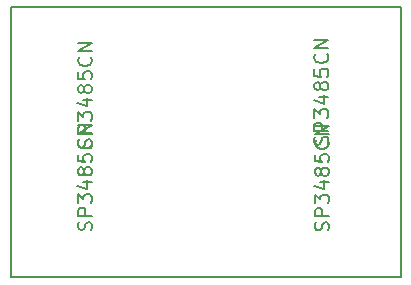
<source format=gbr>
%TF.GenerationSoftware,KiCad,Pcbnew,4.0.2-stable*%
%TF.CreationDate,2021-11-11T14:40:34-08:00*%
%TF.ProjectId,RS485,52533438352E6B696361645F70636200,rev?*%
%TF.FileFunction,Other,Fab,Top*%
%FSLAX46Y46*%
G04 Gerber Fmt 4.6, Leading zero omitted, Abs format (unit mm)*
G04 Created by KiCad (PCBNEW 4.0.2-stable) date 11/11/2021 2:40:34 PM*
%MOMM*%
G01*
G04 APERTURE LIST*
%ADD10C,0.100000*%
%ADD11C,0.150000*%
G04 APERTURE END LIST*
D10*
D11*
X170180000Y-107950000D02*
X170180000Y-85090000D01*
X203200000Y-107950000D02*
X170180000Y-107950000D01*
X203200000Y-85090000D02*
X203200000Y-107950000D01*
X170180000Y-85090000D02*
X203200000Y-85090000D01*
X197018214Y-96732143D02*
X197075357Y-96560714D01*
X197075357Y-96275000D01*
X197018214Y-96160714D01*
X196961071Y-96103571D01*
X196846786Y-96046428D01*
X196732500Y-96046428D01*
X196618214Y-96103571D01*
X196561071Y-96160714D01*
X196503929Y-96275000D01*
X196446786Y-96503571D01*
X196389643Y-96617857D01*
X196332500Y-96675000D01*
X196218214Y-96732143D01*
X196103929Y-96732143D01*
X195989643Y-96675000D01*
X195932500Y-96617857D01*
X195875357Y-96503571D01*
X195875357Y-96217857D01*
X195932500Y-96046428D01*
X197075357Y-95532143D02*
X195875357Y-95532143D01*
X195875357Y-95075000D01*
X195932500Y-94960714D01*
X195989643Y-94903571D01*
X196103929Y-94846428D01*
X196275357Y-94846428D01*
X196389643Y-94903571D01*
X196446786Y-94960714D01*
X196503929Y-95075000D01*
X196503929Y-95532143D01*
X195875357Y-94446428D02*
X195875357Y-93703571D01*
X196332500Y-94103571D01*
X196332500Y-93932143D01*
X196389643Y-93817857D01*
X196446786Y-93760714D01*
X196561071Y-93703571D01*
X196846786Y-93703571D01*
X196961071Y-93760714D01*
X197018214Y-93817857D01*
X197075357Y-93932143D01*
X197075357Y-94275000D01*
X197018214Y-94389286D01*
X196961071Y-94446428D01*
X196275357Y-92675000D02*
X197075357Y-92675000D01*
X195818214Y-92960714D02*
X196675357Y-93246429D01*
X196675357Y-92503571D01*
X196389643Y-91875000D02*
X196332500Y-91989286D01*
X196275357Y-92046429D01*
X196161071Y-92103572D01*
X196103929Y-92103572D01*
X195989643Y-92046429D01*
X195932500Y-91989286D01*
X195875357Y-91875000D01*
X195875357Y-91646429D01*
X195932500Y-91532143D01*
X195989643Y-91475000D01*
X196103929Y-91417857D01*
X196161071Y-91417857D01*
X196275357Y-91475000D01*
X196332500Y-91532143D01*
X196389643Y-91646429D01*
X196389643Y-91875000D01*
X196446786Y-91989286D01*
X196503929Y-92046429D01*
X196618214Y-92103572D01*
X196846786Y-92103572D01*
X196961071Y-92046429D01*
X197018214Y-91989286D01*
X197075357Y-91875000D01*
X197075357Y-91646429D01*
X197018214Y-91532143D01*
X196961071Y-91475000D01*
X196846786Y-91417857D01*
X196618214Y-91417857D01*
X196503929Y-91475000D01*
X196446786Y-91532143D01*
X196389643Y-91646429D01*
X195875357Y-90332143D02*
X195875357Y-90903572D01*
X196446786Y-90960715D01*
X196389643Y-90903572D01*
X196332500Y-90789286D01*
X196332500Y-90503572D01*
X196389643Y-90389286D01*
X196446786Y-90332143D01*
X196561071Y-90275000D01*
X196846786Y-90275000D01*
X196961071Y-90332143D01*
X197018214Y-90389286D01*
X197075357Y-90503572D01*
X197075357Y-90789286D01*
X197018214Y-90903572D01*
X196961071Y-90960715D01*
X196961071Y-89075000D02*
X197018214Y-89132143D01*
X197075357Y-89303572D01*
X197075357Y-89417858D01*
X197018214Y-89589286D01*
X196903929Y-89703572D01*
X196789643Y-89760715D01*
X196561071Y-89817858D01*
X196389643Y-89817858D01*
X196161071Y-89760715D01*
X196046786Y-89703572D01*
X195932500Y-89589286D01*
X195875357Y-89417858D01*
X195875357Y-89303572D01*
X195932500Y-89132143D01*
X195989643Y-89075000D01*
X197075357Y-88560715D02*
X195875357Y-88560715D01*
X197075357Y-87875000D01*
X195875357Y-87875000D01*
X197081714Y-103971143D02*
X197138857Y-103799714D01*
X197138857Y-103514000D01*
X197081714Y-103399714D01*
X197024571Y-103342571D01*
X196910286Y-103285428D01*
X196796000Y-103285428D01*
X196681714Y-103342571D01*
X196624571Y-103399714D01*
X196567429Y-103514000D01*
X196510286Y-103742571D01*
X196453143Y-103856857D01*
X196396000Y-103914000D01*
X196281714Y-103971143D01*
X196167429Y-103971143D01*
X196053143Y-103914000D01*
X195996000Y-103856857D01*
X195938857Y-103742571D01*
X195938857Y-103456857D01*
X195996000Y-103285428D01*
X197138857Y-102771143D02*
X195938857Y-102771143D01*
X195938857Y-102314000D01*
X195996000Y-102199714D01*
X196053143Y-102142571D01*
X196167429Y-102085428D01*
X196338857Y-102085428D01*
X196453143Y-102142571D01*
X196510286Y-102199714D01*
X196567429Y-102314000D01*
X196567429Y-102771143D01*
X195938857Y-101685428D02*
X195938857Y-100942571D01*
X196396000Y-101342571D01*
X196396000Y-101171143D01*
X196453143Y-101056857D01*
X196510286Y-100999714D01*
X196624571Y-100942571D01*
X196910286Y-100942571D01*
X197024571Y-100999714D01*
X197081714Y-101056857D01*
X197138857Y-101171143D01*
X197138857Y-101514000D01*
X197081714Y-101628286D01*
X197024571Y-101685428D01*
X196338857Y-99914000D02*
X197138857Y-99914000D01*
X195881714Y-100199714D02*
X196738857Y-100485429D01*
X196738857Y-99742571D01*
X196453143Y-99114000D02*
X196396000Y-99228286D01*
X196338857Y-99285429D01*
X196224571Y-99342572D01*
X196167429Y-99342572D01*
X196053143Y-99285429D01*
X195996000Y-99228286D01*
X195938857Y-99114000D01*
X195938857Y-98885429D01*
X195996000Y-98771143D01*
X196053143Y-98714000D01*
X196167429Y-98656857D01*
X196224571Y-98656857D01*
X196338857Y-98714000D01*
X196396000Y-98771143D01*
X196453143Y-98885429D01*
X196453143Y-99114000D01*
X196510286Y-99228286D01*
X196567429Y-99285429D01*
X196681714Y-99342572D01*
X196910286Y-99342572D01*
X197024571Y-99285429D01*
X197081714Y-99228286D01*
X197138857Y-99114000D01*
X197138857Y-98885429D01*
X197081714Y-98771143D01*
X197024571Y-98714000D01*
X196910286Y-98656857D01*
X196681714Y-98656857D01*
X196567429Y-98714000D01*
X196510286Y-98771143D01*
X196453143Y-98885429D01*
X195938857Y-97571143D02*
X195938857Y-98142572D01*
X196510286Y-98199715D01*
X196453143Y-98142572D01*
X196396000Y-98028286D01*
X196396000Y-97742572D01*
X196453143Y-97628286D01*
X196510286Y-97571143D01*
X196624571Y-97514000D01*
X196910286Y-97514000D01*
X197024571Y-97571143D01*
X197081714Y-97628286D01*
X197138857Y-97742572D01*
X197138857Y-98028286D01*
X197081714Y-98142572D01*
X197024571Y-98199715D01*
X197024571Y-96314000D02*
X197081714Y-96371143D01*
X197138857Y-96542572D01*
X197138857Y-96656858D01*
X197081714Y-96828286D01*
X196967429Y-96942572D01*
X196853143Y-96999715D01*
X196624571Y-97056858D01*
X196453143Y-97056858D01*
X196224571Y-96999715D01*
X196110286Y-96942572D01*
X195996000Y-96828286D01*
X195938857Y-96656858D01*
X195938857Y-96542572D01*
X195996000Y-96371143D01*
X196053143Y-96314000D01*
X197138857Y-95799715D02*
X195938857Y-95799715D01*
X197138857Y-95114000D01*
X195938857Y-95114000D01*
X177015714Y-103952143D02*
X177072857Y-103780714D01*
X177072857Y-103495000D01*
X177015714Y-103380714D01*
X176958571Y-103323571D01*
X176844286Y-103266428D01*
X176730000Y-103266428D01*
X176615714Y-103323571D01*
X176558571Y-103380714D01*
X176501429Y-103495000D01*
X176444286Y-103723571D01*
X176387143Y-103837857D01*
X176330000Y-103895000D01*
X176215714Y-103952143D01*
X176101429Y-103952143D01*
X175987143Y-103895000D01*
X175930000Y-103837857D01*
X175872857Y-103723571D01*
X175872857Y-103437857D01*
X175930000Y-103266428D01*
X177072857Y-102752143D02*
X175872857Y-102752143D01*
X175872857Y-102295000D01*
X175930000Y-102180714D01*
X175987143Y-102123571D01*
X176101429Y-102066428D01*
X176272857Y-102066428D01*
X176387143Y-102123571D01*
X176444286Y-102180714D01*
X176501429Y-102295000D01*
X176501429Y-102752143D01*
X175872857Y-101666428D02*
X175872857Y-100923571D01*
X176330000Y-101323571D01*
X176330000Y-101152143D01*
X176387143Y-101037857D01*
X176444286Y-100980714D01*
X176558571Y-100923571D01*
X176844286Y-100923571D01*
X176958571Y-100980714D01*
X177015714Y-101037857D01*
X177072857Y-101152143D01*
X177072857Y-101495000D01*
X177015714Y-101609286D01*
X176958571Y-101666428D01*
X176272857Y-99895000D02*
X177072857Y-99895000D01*
X175815714Y-100180714D02*
X176672857Y-100466429D01*
X176672857Y-99723571D01*
X176387143Y-99095000D02*
X176330000Y-99209286D01*
X176272857Y-99266429D01*
X176158571Y-99323572D01*
X176101429Y-99323572D01*
X175987143Y-99266429D01*
X175930000Y-99209286D01*
X175872857Y-99095000D01*
X175872857Y-98866429D01*
X175930000Y-98752143D01*
X175987143Y-98695000D01*
X176101429Y-98637857D01*
X176158571Y-98637857D01*
X176272857Y-98695000D01*
X176330000Y-98752143D01*
X176387143Y-98866429D01*
X176387143Y-99095000D01*
X176444286Y-99209286D01*
X176501429Y-99266429D01*
X176615714Y-99323572D01*
X176844286Y-99323572D01*
X176958571Y-99266429D01*
X177015714Y-99209286D01*
X177072857Y-99095000D01*
X177072857Y-98866429D01*
X177015714Y-98752143D01*
X176958571Y-98695000D01*
X176844286Y-98637857D01*
X176615714Y-98637857D01*
X176501429Y-98695000D01*
X176444286Y-98752143D01*
X176387143Y-98866429D01*
X175872857Y-97552143D02*
X175872857Y-98123572D01*
X176444286Y-98180715D01*
X176387143Y-98123572D01*
X176330000Y-98009286D01*
X176330000Y-97723572D01*
X176387143Y-97609286D01*
X176444286Y-97552143D01*
X176558571Y-97495000D01*
X176844286Y-97495000D01*
X176958571Y-97552143D01*
X177015714Y-97609286D01*
X177072857Y-97723572D01*
X177072857Y-98009286D01*
X177015714Y-98123572D01*
X176958571Y-98180715D01*
X176958571Y-96295000D02*
X177015714Y-96352143D01*
X177072857Y-96523572D01*
X177072857Y-96637858D01*
X177015714Y-96809286D01*
X176901429Y-96923572D01*
X176787143Y-96980715D01*
X176558571Y-97037858D01*
X176387143Y-97037858D01*
X176158571Y-96980715D01*
X176044286Y-96923572D01*
X175930000Y-96809286D01*
X175872857Y-96637858D01*
X175872857Y-96523572D01*
X175930000Y-96352143D01*
X175987143Y-96295000D01*
X177072857Y-95780715D02*
X175872857Y-95780715D01*
X177072857Y-95095000D01*
X175872857Y-95095000D01*
X177015714Y-96967143D02*
X177072857Y-96795714D01*
X177072857Y-96510000D01*
X177015714Y-96395714D01*
X176958571Y-96338571D01*
X176844286Y-96281428D01*
X176730000Y-96281428D01*
X176615714Y-96338571D01*
X176558571Y-96395714D01*
X176501429Y-96510000D01*
X176444286Y-96738571D01*
X176387143Y-96852857D01*
X176330000Y-96910000D01*
X176215714Y-96967143D01*
X176101429Y-96967143D01*
X175987143Y-96910000D01*
X175930000Y-96852857D01*
X175872857Y-96738571D01*
X175872857Y-96452857D01*
X175930000Y-96281428D01*
X177072857Y-95767143D02*
X175872857Y-95767143D01*
X175872857Y-95310000D01*
X175930000Y-95195714D01*
X175987143Y-95138571D01*
X176101429Y-95081428D01*
X176272857Y-95081428D01*
X176387143Y-95138571D01*
X176444286Y-95195714D01*
X176501429Y-95310000D01*
X176501429Y-95767143D01*
X175872857Y-94681428D02*
X175872857Y-93938571D01*
X176330000Y-94338571D01*
X176330000Y-94167143D01*
X176387143Y-94052857D01*
X176444286Y-93995714D01*
X176558571Y-93938571D01*
X176844286Y-93938571D01*
X176958571Y-93995714D01*
X177015714Y-94052857D01*
X177072857Y-94167143D01*
X177072857Y-94510000D01*
X177015714Y-94624286D01*
X176958571Y-94681428D01*
X176272857Y-92910000D02*
X177072857Y-92910000D01*
X175815714Y-93195714D02*
X176672857Y-93481429D01*
X176672857Y-92738571D01*
X176387143Y-92110000D02*
X176330000Y-92224286D01*
X176272857Y-92281429D01*
X176158571Y-92338572D01*
X176101429Y-92338572D01*
X175987143Y-92281429D01*
X175930000Y-92224286D01*
X175872857Y-92110000D01*
X175872857Y-91881429D01*
X175930000Y-91767143D01*
X175987143Y-91710000D01*
X176101429Y-91652857D01*
X176158571Y-91652857D01*
X176272857Y-91710000D01*
X176330000Y-91767143D01*
X176387143Y-91881429D01*
X176387143Y-92110000D01*
X176444286Y-92224286D01*
X176501429Y-92281429D01*
X176615714Y-92338572D01*
X176844286Y-92338572D01*
X176958571Y-92281429D01*
X177015714Y-92224286D01*
X177072857Y-92110000D01*
X177072857Y-91881429D01*
X177015714Y-91767143D01*
X176958571Y-91710000D01*
X176844286Y-91652857D01*
X176615714Y-91652857D01*
X176501429Y-91710000D01*
X176444286Y-91767143D01*
X176387143Y-91881429D01*
X175872857Y-90567143D02*
X175872857Y-91138572D01*
X176444286Y-91195715D01*
X176387143Y-91138572D01*
X176330000Y-91024286D01*
X176330000Y-90738572D01*
X176387143Y-90624286D01*
X176444286Y-90567143D01*
X176558571Y-90510000D01*
X176844286Y-90510000D01*
X176958571Y-90567143D01*
X177015714Y-90624286D01*
X177072857Y-90738572D01*
X177072857Y-91024286D01*
X177015714Y-91138572D01*
X176958571Y-91195715D01*
X176958571Y-89310000D02*
X177015714Y-89367143D01*
X177072857Y-89538572D01*
X177072857Y-89652858D01*
X177015714Y-89824286D01*
X176901429Y-89938572D01*
X176787143Y-89995715D01*
X176558571Y-90052858D01*
X176387143Y-90052858D01*
X176158571Y-89995715D01*
X176044286Y-89938572D01*
X175930000Y-89824286D01*
X175872857Y-89652858D01*
X175872857Y-89538572D01*
X175930000Y-89367143D01*
X175987143Y-89310000D01*
X177072857Y-88795715D02*
X175872857Y-88795715D01*
X177072857Y-88110000D01*
X175872857Y-88110000D01*
M02*

</source>
